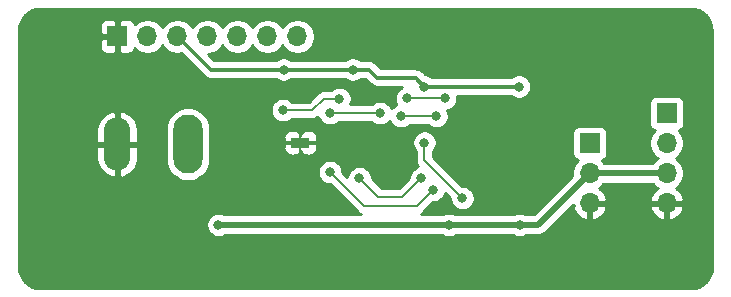
<source format=gbr>
%TF.GenerationSoftware,KiCad,Pcbnew,(5.1.6)-1*%
%TF.CreationDate,2020-10-18T09:30:19-05:00*%
%TF.ProjectId,TackleSensorPCB,5461636b-6c65-4536-956e-736f72504342,rev?*%
%TF.SameCoordinates,Original*%
%TF.FileFunction,Copper,L2,Bot*%
%TF.FilePolarity,Positive*%
%FSLAX46Y46*%
G04 Gerber Fmt 4.6, Leading zero omitted, Abs format (unit mm)*
G04 Created by KiCad (PCBNEW (5.1.6)-1) date 2020-10-18 09:30:19*
%MOMM*%
%LPD*%
G01*
G04 APERTURE LIST*
%TA.AperFunction,ComponentPad*%
%ADD10O,1.700000X1.700000*%
%TD*%
%TA.AperFunction,ComponentPad*%
%ADD11R,1.700000X1.700000*%
%TD*%
%TA.AperFunction,Conductor*%
%ADD12R,1.600000X0.900000*%
%TD*%
%TA.AperFunction,ViaPad*%
%ADD13C,0.600000*%
%TD*%
%TA.AperFunction,ComponentPad*%
%ADD14O,2.250000X4.500000*%
%TD*%
%TA.AperFunction,ComponentPad*%
%ADD15O,2.500000X5.000000*%
%TD*%
%TA.AperFunction,ViaPad*%
%ADD16C,0.800000*%
%TD*%
%TA.AperFunction,ViaPad*%
%ADD17C,3.500000*%
%TD*%
%TA.AperFunction,Conductor*%
%ADD18C,0.300000*%
%TD*%
%TA.AperFunction,Conductor*%
%ADD19C,0.200000*%
%TD*%
%TA.AperFunction,Conductor*%
%ADD20C,0.500000*%
%TD*%
%TA.AperFunction,Conductor*%
%ADD21C,0.254000*%
%TD*%
G04 APERTURE END LIST*
D10*
%TO.P,J4,7*%
%TO.N,SBWTCK*%
X103240000Y-62000000D03*
%TO.P,J4,6*%
%TO.N,SBWTDIO*%
X100700000Y-62000000D03*
%TO.P,J4,5*%
%TO.N,TXD*%
X98160000Y-62000000D03*
%TO.P,J4,4*%
%TO.N,RXD*%
X95620000Y-62000000D03*
%TO.P,J4,3*%
%TO.N,+3V3*%
X93080000Y-62000000D03*
%TO.P,J4,2*%
%TO.N,Net-(J4-Pad2)*%
X90540000Y-62000000D03*
D11*
%TO.P,J4,1*%
%TO.N,GND*%
X88000000Y-62000000D03*
%TD*%
D12*
%TO.N,GND*%
%TO.C,U1*%
X103500000Y-71000000D03*
D13*
X104000000Y-71000000D03*
X103000000Y-71000000D03*
%TD*%
D10*
%TO.P,J3,4*%
%TO.N,GND*%
X134500000Y-76120000D03*
%TO.P,J3,3*%
%TO.N,Vin*%
X134500000Y-73580000D03*
%TO.P,J3,2*%
%TO.N,S0_Vin*%
X134500000Y-71040000D03*
D11*
%TO.P,J3,1*%
%TO.N,notS0_Vin*%
X134500000Y-68500000D03*
%TD*%
D10*
%TO.P,J2,3*%
%TO.N,GND*%
X128000000Y-76120000D03*
%TO.P,J2,2*%
%TO.N,Vin*%
X128000000Y-73580000D03*
D11*
%TO.P,J2,1*%
%TO.N,S0_3V3*%
X128000000Y-71040000D03*
%TD*%
D14*
%TO.P,J1,2*%
%TO.N,GND*%
X87980000Y-71120000D03*
D15*
%TO.P,J1,1*%
%TO.N,Vin*%
X93980000Y-71120000D03*
%TD*%
D16*
%TO.N,GND*%
X110800000Y-74000000D03*
D17*
X136500000Y-81500000D03*
X136500000Y-61500000D03*
X81500000Y-61500000D03*
X81500000Y-81500000D03*
D16*
X121500000Y-69500000D03*
X112000000Y-72000000D03*
X106000000Y-71500000D03*
X124000000Y-67000000D03*
X111400000Y-64000000D03*
%TO.N,+3V3*%
X102062500Y-64812500D03*
X107937500Y-64812500D03*
X122000000Y-66250000D03*
X114000000Y-66250000D03*
%TO.N,Net-(C5-Pad1)*%
X110250000Y-68500000D03*
X106000000Y-68500000D03*
%TO.N,Vin*%
X96550000Y-77950000D03*
X122050000Y-77950000D03*
X116050000Y-77950000D03*
%TO.N,S0_INT*%
X114000000Y-71000000D03*
X117200001Y-75700001D03*
%TO.N,SCL*%
X106000000Y-73500000D03*
X114750000Y-75000000D03*
%TO.N,SDA*%
X108492000Y-73992000D03*
X113742000Y-73992000D03*
%TO.N,PG*%
X106795000Y-67295000D03*
X102000000Y-68250000D03*
%TO.N,INT2*%
X115750000Y-67250000D03*
X112500000Y-67250000D03*
%TO.N,INT1*%
X115000000Y-68750000D03*
X112000000Y-68750000D03*
%TD*%
D18*
%TO.N,GND*%
X103500000Y-71000000D02*
X101500000Y-71000000D01*
X101500000Y-71000000D02*
X105500000Y-71000000D01*
D19*
X103500000Y-71000000D02*
X103500000Y-70000000D01*
X103500000Y-70000000D02*
X103500000Y-72000000D01*
X111000000Y-73000000D02*
X112000000Y-72000000D01*
X106000000Y-71500000D02*
X105500000Y-71000000D01*
X134500000Y-76120000D02*
X128000000Y-76120000D01*
X121500000Y-71500000D02*
X122000000Y-72000000D01*
X121500000Y-69500000D02*
X121500000Y-71500000D01*
D18*
%TO.N,+3V3*%
X102062500Y-64812500D02*
X107937500Y-64812500D01*
X114000000Y-66250000D02*
X114000000Y-66250000D01*
X122000000Y-66250000D02*
X122000000Y-66250000D01*
X95892500Y-64812500D02*
X93080000Y-62000000D01*
X102062500Y-64812500D02*
X95892500Y-64812500D01*
X114000000Y-66250000D02*
X122000000Y-66250000D01*
X113250000Y-65500000D02*
X114000000Y-66250000D01*
X107937500Y-64812500D02*
X109312500Y-64812500D01*
X110000000Y-65500000D02*
X113250000Y-65500000D01*
X109312500Y-64812500D02*
X110000000Y-65500000D01*
D19*
%TO.N,Net-(C5-Pad1)*%
X110250000Y-68500000D02*
X106000000Y-68500000D01*
D20*
%TO.N,Vin*%
X128000000Y-73580000D02*
X134500000Y-73580000D01*
X123630000Y-77950000D02*
X128000000Y-73580000D01*
X96550000Y-77950000D02*
X116050000Y-77950000D01*
X116050000Y-77950000D02*
X122050000Y-77950000D01*
X122050000Y-77950000D02*
X122050000Y-77950000D01*
X122050000Y-77950000D02*
X123630000Y-77950000D01*
X116050000Y-77950000D02*
X116050000Y-77950000D01*
D19*
%TO.N,S0_INT*%
X117200001Y-75700001D02*
X117200001Y-75700001D01*
X114000000Y-72500000D02*
X114000000Y-71000000D01*
X117200001Y-75700001D02*
X114000000Y-72500000D01*
%TO.N,SCL*%
X114750000Y-75000000D02*
X113350000Y-76400000D01*
X108900000Y-76400000D02*
X106000000Y-73500000D01*
X113350000Y-76400000D02*
X108900000Y-76400000D01*
%TO.N,SDA*%
X113742000Y-73992000D02*
X113742000Y-73992000D01*
X108492000Y-73992000D02*
X110100000Y-75600000D01*
X112134000Y-75600000D02*
X113742000Y-73992000D01*
X110100000Y-75600000D02*
X112134000Y-75600000D01*
%TO.N,PG*%
X106795000Y-67295000D02*
X105455000Y-67295000D01*
X105455000Y-67295000D02*
X104500000Y-68250000D01*
X104500000Y-68250000D02*
X102000000Y-68250000D01*
%TO.N,INT2*%
X112500000Y-67250000D02*
X115750000Y-67250000D01*
%TO.N,INT1*%
X115000000Y-68750000D02*
X112000000Y-68750000D01*
%TD*%
D21*
%TO.N,GND*%
G36*
X136856775Y-59698147D02*
G01*
X137199967Y-59801763D01*
X137516489Y-59970062D01*
X137794299Y-60196637D01*
X138022806Y-60472856D01*
X138193310Y-60788197D01*
X138299319Y-61130656D01*
X138340001Y-61517722D01*
X138340000Y-81467721D01*
X138301853Y-81856776D01*
X138198238Y-82199964D01*
X138029939Y-82516489D01*
X137803365Y-82794296D01*
X137527146Y-83022805D01*
X137211803Y-83193310D01*
X136869344Y-83299319D01*
X136482288Y-83340000D01*
X81532279Y-83340000D01*
X81143224Y-83301853D01*
X80800036Y-83198238D01*
X80483511Y-83029939D01*
X80205704Y-82803365D01*
X79977195Y-82527146D01*
X79806690Y-82211803D01*
X79700681Y-81869344D01*
X79660000Y-81482288D01*
X79660000Y-77848061D01*
X95515000Y-77848061D01*
X95515000Y-78051939D01*
X95554774Y-78251898D01*
X95632795Y-78440256D01*
X95746063Y-78609774D01*
X95890226Y-78753937D01*
X96059744Y-78867205D01*
X96248102Y-78945226D01*
X96448061Y-78985000D01*
X96651939Y-78985000D01*
X96851898Y-78945226D01*
X97040256Y-78867205D01*
X97088454Y-78835000D01*
X115511546Y-78835000D01*
X115559744Y-78867205D01*
X115748102Y-78945226D01*
X115948061Y-78985000D01*
X116151939Y-78985000D01*
X116351898Y-78945226D01*
X116540256Y-78867205D01*
X116588454Y-78835000D01*
X121511546Y-78835000D01*
X121559744Y-78867205D01*
X121748102Y-78945226D01*
X121948061Y-78985000D01*
X122151939Y-78985000D01*
X122351898Y-78945226D01*
X122540256Y-78867205D01*
X122588454Y-78835000D01*
X123586531Y-78835000D01*
X123630000Y-78839281D01*
X123673469Y-78835000D01*
X123673477Y-78835000D01*
X123803490Y-78822195D01*
X123970313Y-78771589D01*
X124124059Y-78689411D01*
X124258817Y-78578817D01*
X124286534Y-78545044D01*
X126584577Y-76247002D01*
X126679844Y-76247002D01*
X126558524Y-76476890D01*
X126603175Y-76624099D01*
X126728359Y-76886920D01*
X126902412Y-77120269D01*
X127118645Y-77315178D01*
X127368748Y-77464157D01*
X127643109Y-77561481D01*
X127873000Y-77440814D01*
X127873000Y-76247000D01*
X128127000Y-76247000D01*
X128127000Y-77440814D01*
X128356891Y-77561481D01*
X128631252Y-77464157D01*
X128881355Y-77315178D01*
X129097588Y-77120269D01*
X129271641Y-76886920D01*
X129396825Y-76624099D01*
X129441476Y-76476890D01*
X133058524Y-76476890D01*
X133103175Y-76624099D01*
X133228359Y-76886920D01*
X133402412Y-77120269D01*
X133618645Y-77315178D01*
X133868748Y-77464157D01*
X134143109Y-77561481D01*
X134373000Y-77440814D01*
X134373000Y-76247000D01*
X134627000Y-76247000D01*
X134627000Y-77440814D01*
X134856891Y-77561481D01*
X135131252Y-77464157D01*
X135381355Y-77315178D01*
X135597588Y-77120269D01*
X135771641Y-76886920D01*
X135896825Y-76624099D01*
X135941476Y-76476890D01*
X135820155Y-76247000D01*
X134627000Y-76247000D01*
X134373000Y-76247000D01*
X133179845Y-76247000D01*
X133058524Y-76476890D01*
X129441476Y-76476890D01*
X129320155Y-76247000D01*
X128127000Y-76247000D01*
X127873000Y-76247000D01*
X127853000Y-76247000D01*
X127853000Y-75993000D01*
X127873000Y-75993000D01*
X127873000Y-75973000D01*
X128127000Y-75973000D01*
X128127000Y-75993000D01*
X129320155Y-75993000D01*
X129441476Y-75763110D01*
X129396825Y-75615901D01*
X129271641Y-75353080D01*
X129097588Y-75119731D01*
X128881355Y-74924822D01*
X128764466Y-74855195D01*
X128946632Y-74733475D01*
X129153475Y-74526632D01*
X129194656Y-74465000D01*
X133305344Y-74465000D01*
X133346525Y-74526632D01*
X133553368Y-74733475D01*
X133735534Y-74855195D01*
X133618645Y-74924822D01*
X133402412Y-75119731D01*
X133228359Y-75353080D01*
X133103175Y-75615901D01*
X133058524Y-75763110D01*
X133179845Y-75993000D01*
X134373000Y-75993000D01*
X134373000Y-75973000D01*
X134627000Y-75973000D01*
X134627000Y-75993000D01*
X135820155Y-75993000D01*
X135941476Y-75763110D01*
X135896825Y-75615901D01*
X135771641Y-75353080D01*
X135597588Y-75119731D01*
X135381355Y-74924822D01*
X135264466Y-74855195D01*
X135446632Y-74733475D01*
X135653475Y-74526632D01*
X135815990Y-74283411D01*
X135927932Y-74013158D01*
X135985000Y-73726260D01*
X135985000Y-73433740D01*
X135927932Y-73146842D01*
X135815990Y-72876589D01*
X135653475Y-72633368D01*
X135446632Y-72426525D01*
X135272240Y-72310000D01*
X135446632Y-72193475D01*
X135653475Y-71986632D01*
X135815990Y-71743411D01*
X135927932Y-71473158D01*
X135985000Y-71186260D01*
X135985000Y-70893740D01*
X135927932Y-70606842D01*
X135815990Y-70336589D01*
X135653475Y-70093368D01*
X135521620Y-69961513D01*
X135594180Y-69939502D01*
X135704494Y-69880537D01*
X135801185Y-69801185D01*
X135880537Y-69704494D01*
X135939502Y-69594180D01*
X135975812Y-69474482D01*
X135988072Y-69350000D01*
X135988072Y-67650000D01*
X135975812Y-67525518D01*
X135939502Y-67405820D01*
X135880537Y-67295506D01*
X135801185Y-67198815D01*
X135704494Y-67119463D01*
X135594180Y-67060498D01*
X135474482Y-67024188D01*
X135350000Y-67011928D01*
X133650000Y-67011928D01*
X133525518Y-67024188D01*
X133405820Y-67060498D01*
X133295506Y-67119463D01*
X133198815Y-67198815D01*
X133119463Y-67295506D01*
X133060498Y-67405820D01*
X133024188Y-67525518D01*
X133011928Y-67650000D01*
X133011928Y-69350000D01*
X133024188Y-69474482D01*
X133060498Y-69594180D01*
X133119463Y-69704494D01*
X133198815Y-69801185D01*
X133295506Y-69880537D01*
X133405820Y-69939502D01*
X133478380Y-69961513D01*
X133346525Y-70093368D01*
X133184010Y-70336589D01*
X133072068Y-70606842D01*
X133015000Y-70893740D01*
X133015000Y-71186260D01*
X133072068Y-71473158D01*
X133184010Y-71743411D01*
X133346525Y-71986632D01*
X133553368Y-72193475D01*
X133727760Y-72310000D01*
X133553368Y-72426525D01*
X133346525Y-72633368D01*
X133305344Y-72695000D01*
X129194656Y-72695000D01*
X129153475Y-72633368D01*
X129021620Y-72501513D01*
X129094180Y-72479502D01*
X129204494Y-72420537D01*
X129301185Y-72341185D01*
X129380537Y-72244494D01*
X129439502Y-72134180D01*
X129475812Y-72014482D01*
X129488072Y-71890000D01*
X129488072Y-70190000D01*
X129475812Y-70065518D01*
X129439502Y-69945820D01*
X129380537Y-69835506D01*
X129301185Y-69738815D01*
X129204494Y-69659463D01*
X129094180Y-69600498D01*
X128974482Y-69564188D01*
X128850000Y-69551928D01*
X127150000Y-69551928D01*
X127025518Y-69564188D01*
X126905820Y-69600498D01*
X126795506Y-69659463D01*
X126698815Y-69738815D01*
X126619463Y-69835506D01*
X126560498Y-69945820D01*
X126524188Y-70065518D01*
X126511928Y-70190000D01*
X126511928Y-71890000D01*
X126524188Y-72014482D01*
X126560498Y-72134180D01*
X126619463Y-72244494D01*
X126698815Y-72341185D01*
X126795506Y-72420537D01*
X126905820Y-72479502D01*
X126978380Y-72501513D01*
X126846525Y-72633368D01*
X126684010Y-72876589D01*
X126572068Y-73146842D01*
X126515000Y-73433740D01*
X126515000Y-73726260D01*
X126529461Y-73798960D01*
X123263422Y-77065000D01*
X122588454Y-77065000D01*
X122540256Y-77032795D01*
X122351898Y-76954774D01*
X122151939Y-76915000D01*
X121948061Y-76915000D01*
X121748102Y-76954774D01*
X121559744Y-77032795D01*
X121511546Y-77065000D01*
X116588454Y-77065000D01*
X116540256Y-77032795D01*
X116351898Y-76954774D01*
X116151939Y-76915000D01*
X115948061Y-76915000D01*
X115748102Y-76954774D01*
X115559744Y-77032795D01*
X115511546Y-77065000D01*
X113665068Y-77065000D01*
X113760320Y-77014087D01*
X113872238Y-76922238D01*
X113895258Y-76894188D01*
X114754447Y-76035000D01*
X114851939Y-76035000D01*
X115051898Y-75995226D01*
X115240256Y-75917205D01*
X115409774Y-75803937D01*
X115553937Y-75659774D01*
X115667205Y-75490256D01*
X115745226Y-75301898D01*
X115748084Y-75287531D01*
X116165001Y-75704448D01*
X116165001Y-75801940D01*
X116204775Y-76001899D01*
X116282796Y-76190257D01*
X116396064Y-76359775D01*
X116540227Y-76503938D01*
X116709745Y-76617206D01*
X116898103Y-76695227D01*
X117098062Y-76735001D01*
X117301940Y-76735001D01*
X117501899Y-76695227D01*
X117690257Y-76617206D01*
X117859775Y-76503938D01*
X118003938Y-76359775D01*
X118117206Y-76190257D01*
X118195227Y-76001899D01*
X118235001Y-75801940D01*
X118235001Y-75598062D01*
X118195227Y-75398103D01*
X118117206Y-75209745D01*
X118003938Y-75040227D01*
X117859775Y-74896064D01*
X117690257Y-74782796D01*
X117501899Y-74704775D01*
X117301940Y-74665001D01*
X117204448Y-74665001D01*
X114735000Y-72195554D01*
X114735000Y-71728711D01*
X114803937Y-71659774D01*
X114917205Y-71490256D01*
X114995226Y-71301898D01*
X115035000Y-71101939D01*
X115035000Y-70898061D01*
X114995226Y-70698102D01*
X114917205Y-70509744D01*
X114803937Y-70340226D01*
X114659774Y-70196063D01*
X114490256Y-70082795D01*
X114301898Y-70004774D01*
X114101939Y-69965000D01*
X113898061Y-69965000D01*
X113698102Y-70004774D01*
X113509744Y-70082795D01*
X113340226Y-70196063D01*
X113196063Y-70340226D01*
X113082795Y-70509744D01*
X113004774Y-70698102D01*
X112965000Y-70898061D01*
X112965000Y-71101939D01*
X113004774Y-71301898D01*
X113082795Y-71490256D01*
X113196063Y-71659774D01*
X113265001Y-71728712D01*
X113265000Y-72463895D01*
X113261444Y-72500000D01*
X113275635Y-72644084D01*
X113317663Y-72782632D01*
X113385913Y-72910319D01*
X113454513Y-72993908D01*
X113440102Y-72996774D01*
X113251744Y-73074795D01*
X113082226Y-73188063D01*
X112938063Y-73332226D01*
X112824795Y-73501744D01*
X112746774Y-73690102D01*
X112707000Y-73890061D01*
X112707000Y-73987553D01*
X111829554Y-74865000D01*
X110404447Y-74865000D01*
X109527000Y-73987554D01*
X109527000Y-73890061D01*
X109487226Y-73690102D01*
X109409205Y-73501744D01*
X109295937Y-73332226D01*
X109151774Y-73188063D01*
X108982256Y-73074795D01*
X108793898Y-72996774D01*
X108593939Y-72957000D01*
X108390061Y-72957000D01*
X108190102Y-72996774D01*
X108001744Y-73074795D01*
X107832226Y-73188063D01*
X107688063Y-73332226D01*
X107574795Y-73501744D01*
X107496774Y-73690102D01*
X107457000Y-73890061D01*
X107457000Y-73917554D01*
X107035000Y-73495554D01*
X107035000Y-73398061D01*
X106995226Y-73198102D01*
X106917205Y-73009744D01*
X106803937Y-72840226D01*
X106659774Y-72696063D01*
X106490256Y-72582795D01*
X106301898Y-72504774D01*
X106101939Y-72465000D01*
X105898061Y-72465000D01*
X105698102Y-72504774D01*
X105509744Y-72582795D01*
X105340226Y-72696063D01*
X105196063Y-72840226D01*
X105082795Y-73009744D01*
X105004774Y-73198102D01*
X104965000Y-73398061D01*
X104965000Y-73601939D01*
X105004774Y-73801898D01*
X105082795Y-73990256D01*
X105196063Y-74159774D01*
X105340226Y-74303937D01*
X105509744Y-74417205D01*
X105698102Y-74495226D01*
X105898061Y-74535000D01*
X105995554Y-74535000D01*
X108354746Y-76894193D01*
X108377762Y-76922238D01*
X108489680Y-77014087D01*
X108584932Y-77065000D01*
X97088454Y-77065000D01*
X97040256Y-77032795D01*
X96851898Y-76954774D01*
X96651939Y-76915000D01*
X96448061Y-76915000D01*
X96248102Y-76954774D01*
X96059744Y-77032795D01*
X95890226Y-77146063D01*
X95746063Y-77290226D01*
X95632795Y-77459744D01*
X95554774Y-77648102D01*
X95515000Y-77848061D01*
X79660000Y-77848061D01*
X79660000Y-71247000D01*
X86220000Y-71247000D01*
X86220000Y-72372000D01*
X86278594Y-72712919D01*
X86402573Y-73035856D01*
X86587171Y-73328401D01*
X86825295Y-73579311D01*
X87107793Y-73778944D01*
X87423810Y-73919629D01*
X87579957Y-73958933D01*
X87853000Y-73841206D01*
X87853000Y-71247000D01*
X88107000Y-71247000D01*
X88107000Y-73841206D01*
X88380043Y-73958933D01*
X88536190Y-73919629D01*
X88852207Y-73778944D01*
X89134705Y-73579311D01*
X89372829Y-73328401D01*
X89557427Y-73035856D01*
X89681406Y-72712919D01*
X89724429Y-72462596D01*
X92095000Y-72462596D01*
X92122275Y-72739523D01*
X92230061Y-73094847D01*
X92405097Y-73422317D01*
X92640655Y-73709345D01*
X92927683Y-73944903D01*
X93255152Y-74119939D01*
X93610476Y-74227725D01*
X93980000Y-74264120D01*
X94349523Y-74227725D01*
X94704847Y-74119939D01*
X95032317Y-73944903D01*
X95319345Y-73709345D01*
X95554903Y-73422317D01*
X95729939Y-73094848D01*
X95837725Y-72739524D01*
X95865000Y-72462597D01*
X95865000Y-70550000D01*
X102061928Y-70550000D01*
X102065000Y-70714250D01*
X102097243Y-70746493D01*
X102071836Y-70872998D01*
X102065000Y-70872998D01*
X102065000Y-70998534D01*
X102064829Y-71090355D01*
X102065000Y-71091223D01*
X102065000Y-71127002D01*
X102072048Y-71127002D01*
X102097013Y-71253737D01*
X102065000Y-71285750D01*
X102061928Y-71450000D01*
X102074188Y-71574482D01*
X102110498Y-71694180D01*
X102169463Y-71804494D01*
X102248815Y-71901185D01*
X102345506Y-71980537D01*
X102455820Y-72039502D01*
X102575518Y-72075812D01*
X102700000Y-72088072D01*
X103214250Y-72085000D01*
X103373000Y-71926250D01*
X103373000Y-71857571D01*
X103441351Y-71829408D01*
X103444425Y-71827763D01*
X103449751Y-71729857D01*
X103500000Y-71679608D01*
X103550249Y-71729857D01*
X103555575Y-71827763D01*
X103627000Y-71857504D01*
X103627000Y-71926250D01*
X103785750Y-72085000D01*
X104300000Y-72088072D01*
X104424482Y-72075812D01*
X104544180Y-72039502D01*
X104654494Y-71980537D01*
X104751185Y-71901185D01*
X104830537Y-71804494D01*
X104889502Y-71694180D01*
X104925812Y-71574482D01*
X104938072Y-71450000D01*
X104935000Y-71285750D01*
X104902757Y-71253507D01*
X104928164Y-71127002D01*
X104935000Y-71127002D01*
X104935000Y-71001466D01*
X104935171Y-70909645D01*
X104935000Y-70908777D01*
X104935000Y-70872998D01*
X104927952Y-70872998D01*
X104902987Y-70746263D01*
X104935000Y-70714250D01*
X104938072Y-70550000D01*
X104925812Y-70425518D01*
X104889502Y-70305820D01*
X104830537Y-70195506D01*
X104751185Y-70098815D01*
X104654494Y-70019463D01*
X104544180Y-69960498D01*
X104424482Y-69924188D01*
X104300000Y-69911928D01*
X103785750Y-69915000D01*
X103627000Y-70073750D01*
X103627000Y-70142429D01*
X103558649Y-70170592D01*
X103555575Y-70172237D01*
X103550249Y-70270143D01*
X103500000Y-70320392D01*
X103449751Y-70270143D01*
X103444425Y-70172237D01*
X103373000Y-70142496D01*
X103373000Y-70073750D01*
X103214250Y-69915000D01*
X102700000Y-69911928D01*
X102575518Y-69924188D01*
X102455820Y-69960498D01*
X102345506Y-70019463D01*
X102248815Y-70098815D01*
X102169463Y-70195506D01*
X102110498Y-70305820D01*
X102074188Y-70425518D01*
X102061928Y-70550000D01*
X95865000Y-70550000D01*
X95865000Y-69777403D01*
X95837725Y-69500476D01*
X95729939Y-69145152D01*
X95554903Y-68817683D01*
X95319345Y-68530655D01*
X95032317Y-68295097D01*
X94704848Y-68120061D01*
X94349524Y-68012275D01*
X93980000Y-67975880D01*
X93610477Y-68012275D01*
X93255153Y-68120061D01*
X92927684Y-68295097D01*
X92640656Y-68530655D01*
X92405098Y-68817683D01*
X92230062Y-69145152D01*
X92122276Y-69500476D01*
X92095001Y-69777403D01*
X92095000Y-72462596D01*
X89724429Y-72462596D01*
X89740000Y-72372000D01*
X89740000Y-71247000D01*
X88107000Y-71247000D01*
X87853000Y-71247000D01*
X86220000Y-71247000D01*
X79660000Y-71247000D01*
X79660000Y-69868000D01*
X86220000Y-69868000D01*
X86220000Y-70993000D01*
X87853000Y-70993000D01*
X87853000Y-68398794D01*
X88107000Y-68398794D01*
X88107000Y-70993000D01*
X89740000Y-70993000D01*
X89740000Y-69868000D01*
X89681406Y-69527081D01*
X89557427Y-69204144D01*
X89372829Y-68911599D01*
X89134705Y-68660689D01*
X88852207Y-68461056D01*
X88536190Y-68320371D01*
X88380043Y-68281067D01*
X88107000Y-68398794D01*
X87853000Y-68398794D01*
X87579957Y-68281067D01*
X87423810Y-68320371D01*
X87107793Y-68461056D01*
X86825295Y-68660689D01*
X86587171Y-68911599D01*
X86402573Y-69204144D01*
X86278594Y-69527081D01*
X86220000Y-69868000D01*
X79660000Y-69868000D01*
X79660000Y-62850000D01*
X86511928Y-62850000D01*
X86524188Y-62974482D01*
X86560498Y-63094180D01*
X86619463Y-63204494D01*
X86698815Y-63301185D01*
X86795506Y-63380537D01*
X86905820Y-63439502D01*
X87025518Y-63475812D01*
X87150000Y-63488072D01*
X87714250Y-63485000D01*
X87873000Y-63326250D01*
X87873000Y-62127000D01*
X86673750Y-62127000D01*
X86515000Y-62285750D01*
X86511928Y-62850000D01*
X79660000Y-62850000D01*
X79660000Y-61532279D01*
X79697482Y-61150000D01*
X86511928Y-61150000D01*
X86515000Y-61714250D01*
X86673750Y-61873000D01*
X87873000Y-61873000D01*
X87873000Y-60673750D01*
X88127000Y-60673750D01*
X88127000Y-61873000D01*
X88147000Y-61873000D01*
X88147000Y-62127000D01*
X88127000Y-62127000D01*
X88127000Y-63326250D01*
X88285750Y-63485000D01*
X88850000Y-63488072D01*
X88974482Y-63475812D01*
X89094180Y-63439502D01*
X89204494Y-63380537D01*
X89301185Y-63301185D01*
X89380537Y-63204494D01*
X89439502Y-63094180D01*
X89461513Y-63021620D01*
X89593368Y-63153475D01*
X89836589Y-63315990D01*
X90106842Y-63427932D01*
X90393740Y-63485000D01*
X90686260Y-63485000D01*
X90973158Y-63427932D01*
X91243411Y-63315990D01*
X91486632Y-63153475D01*
X91693475Y-62946632D01*
X91810000Y-62772240D01*
X91926525Y-62946632D01*
X92133368Y-63153475D01*
X92376589Y-63315990D01*
X92646842Y-63427932D01*
X92933740Y-63485000D01*
X93226260Y-63485000D01*
X93416918Y-63447075D01*
X95310153Y-65340310D01*
X95334736Y-65370264D01*
X95454267Y-65468362D01*
X95590640Y-65541254D01*
X95738613Y-65586142D01*
X95813526Y-65593520D01*
X95853939Y-65597500D01*
X95853944Y-65597500D01*
X95892500Y-65601297D01*
X95931056Y-65597500D01*
X101383789Y-65597500D01*
X101402726Y-65616437D01*
X101572244Y-65729705D01*
X101760602Y-65807726D01*
X101960561Y-65847500D01*
X102164439Y-65847500D01*
X102364398Y-65807726D01*
X102552756Y-65729705D01*
X102722274Y-65616437D01*
X102741211Y-65597500D01*
X107258789Y-65597500D01*
X107277726Y-65616437D01*
X107447244Y-65729705D01*
X107635602Y-65807726D01*
X107835561Y-65847500D01*
X108039439Y-65847500D01*
X108239398Y-65807726D01*
X108427756Y-65729705D01*
X108597274Y-65616437D01*
X108616211Y-65597500D01*
X108987343Y-65597500D01*
X109417653Y-66027810D01*
X109442236Y-66057764D01*
X109561767Y-66155862D01*
X109672408Y-66215000D01*
X109698140Y-66228754D01*
X109846113Y-66273642D01*
X109921026Y-66281020D01*
X109961439Y-66285000D01*
X109961444Y-66285000D01*
X110000000Y-66288797D01*
X110038556Y-66285000D01*
X112125131Y-66285000D01*
X112009744Y-66332795D01*
X111840226Y-66446063D01*
X111696063Y-66590226D01*
X111582795Y-66759744D01*
X111504774Y-66948102D01*
X111465000Y-67148061D01*
X111465000Y-67351939D01*
X111504774Y-67551898D01*
X111582795Y-67740256D01*
X111615388Y-67789035D01*
X111509744Y-67832795D01*
X111340226Y-67946063D01*
X111199230Y-68087059D01*
X111167205Y-68009744D01*
X111053937Y-67840226D01*
X110909774Y-67696063D01*
X110740256Y-67582795D01*
X110551898Y-67504774D01*
X110351939Y-67465000D01*
X110148061Y-67465000D01*
X109948102Y-67504774D01*
X109759744Y-67582795D01*
X109590226Y-67696063D01*
X109521289Y-67765000D01*
X107720595Y-67765000D01*
X107790226Y-67596898D01*
X107830000Y-67396939D01*
X107830000Y-67193061D01*
X107790226Y-66993102D01*
X107712205Y-66804744D01*
X107598937Y-66635226D01*
X107454774Y-66491063D01*
X107285256Y-66377795D01*
X107096898Y-66299774D01*
X106896939Y-66260000D01*
X106693061Y-66260000D01*
X106493102Y-66299774D01*
X106304744Y-66377795D01*
X106135226Y-66491063D01*
X106066289Y-66560000D01*
X105491105Y-66560000D01*
X105455000Y-66556444D01*
X105418895Y-66560000D01*
X105310915Y-66570635D01*
X105172367Y-66612663D01*
X105044680Y-66680913D01*
X104932762Y-66772762D01*
X104909746Y-66800807D01*
X104195554Y-67515000D01*
X102728711Y-67515000D01*
X102659774Y-67446063D01*
X102490256Y-67332795D01*
X102301898Y-67254774D01*
X102101939Y-67215000D01*
X101898061Y-67215000D01*
X101698102Y-67254774D01*
X101509744Y-67332795D01*
X101340226Y-67446063D01*
X101196063Y-67590226D01*
X101082795Y-67759744D01*
X101004774Y-67948102D01*
X100965000Y-68148061D01*
X100965000Y-68351939D01*
X101004774Y-68551898D01*
X101082795Y-68740256D01*
X101196063Y-68909774D01*
X101340226Y-69053937D01*
X101509744Y-69167205D01*
X101698102Y-69245226D01*
X101898061Y-69285000D01*
X102101939Y-69285000D01*
X102301898Y-69245226D01*
X102490256Y-69167205D01*
X102659774Y-69053937D01*
X102728711Y-68985000D01*
X104463895Y-68985000D01*
X104500000Y-68988556D01*
X104536105Y-68985000D01*
X104644085Y-68974365D01*
X104782633Y-68932337D01*
X104910320Y-68864087D01*
X105002153Y-68788721D01*
X105004774Y-68801898D01*
X105082795Y-68990256D01*
X105196063Y-69159774D01*
X105340226Y-69303937D01*
X105509744Y-69417205D01*
X105698102Y-69495226D01*
X105898061Y-69535000D01*
X106101939Y-69535000D01*
X106301898Y-69495226D01*
X106490256Y-69417205D01*
X106659774Y-69303937D01*
X106728711Y-69235000D01*
X109521289Y-69235000D01*
X109590226Y-69303937D01*
X109759744Y-69417205D01*
X109948102Y-69495226D01*
X110148061Y-69535000D01*
X110351939Y-69535000D01*
X110551898Y-69495226D01*
X110740256Y-69417205D01*
X110909774Y-69303937D01*
X111050770Y-69162941D01*
X111082795Y-69240256D01*
X111196063Y-69409774D01*
X111340226Y-69553937D01*
X111509744Y-69667205D01*
X111698102Y-69745226D01*
X111898061Y-69785000D01*
X112101939Y-69785000D01*
X112301898Y-69745226D01*
X112490256Y-69667205D01*
X112659774Y-69553937D01*
X112728711Y-69485000D01*
X114271289Y-69485000D01*
X114340226Y-69553937D01*
X114509744Y-69667205D01*
X114698102Y-69745226D01*
X114898061Y-69785000D01*
X115101939Y-69785000D01*
X115301898Y-69745226D01*
X115490256Y-69667205D01*
X115659774Y-69553937D01*
X115803937Y-69409774D01*
X115917205Y-69240256D01*
X115995226Y-69051898D01*
X116035000Y-68851939D01*
X116035000Y-68648061D01*
X115995226Y-68448102D01*
X115921902Y-68271084D01*
X116051898Y-68245226D01*
X116240256Y-68167205D01*
X116409774Y-68053937D01*
X116553937Y-67909774D01*
X116667205Y-67740256D01*
X116745226Y-67551898D01*
X116785000Y-67351939D01*
X116785000Y-67148061D01*
X116762511Y-67035000D01*
X121321289Y-67035000D01*
X121340226Y-67053937D01*
X121509744Y-67167205D01*
X121698102Y-67245226D01*
X121898061Y-67285000D01*
X122101939Y-67285000D01*
X122301898Y-67245226D01*
X122490256Y-67167205D01*
X122659774Y-67053937D01*
X122803937Y-66909774D01*
X122917205Y-66740256D01*
X122995226Y-66551898D01*
X123035000Y-66351939D01*
X123035000Y-66148061D01*
X122995226Y-65948102D01*
X122917205Y-65759744D01*
X122803937Y-65590226D01*
X122659774Y-65446063D01*
X122490256Y-65332795D01*
X122301898Y-65254774D01*
X122101939Y-65215000D01*
X121898061Y-65215000D01*
X121698102Y-65254774D01*
X121509744Y-65332795D01*
X121340226Y-65446063D01*
X121321289Y-65465000D01*
X114678711Y-65465000D01*
X114659774Y-65446063D01*
X114490256Y-65332795D01*
X114301898Y-65254774D01*
X114101939Y-65215000D01*
X114075157Y-65215000D01*
X113832345Y-64972188D01*
X113807764Y-64942236D01*
X113688233Y-64844138D01*
X113551860Y-64771246D01*
X113403887Y-64726359D01*
X113288561Y-64715000D01*
X113288553Y-64715000D01*
X113250000Y-64711203D01*
X113211447Y-64715000D01*
X110325157Y-64715000D01*
X109894845Y-64284688D01*
X109870264Y-64254736D01*
X109750733Y-64156638D01*
X109614360Y-64083746D01*
X109466387Y-64038859D01*
X109351061Y-64027500D01*
X109351053Y-64027500D01*
X109312500Y-64023703D01*
X109273947Y-64027500D01*
X108616211Y-64027500D01*
X108597274Y-64008563D01*
X108427756Y-63895295D01*
X108239398Y-63817274D01*
X108039439Y-63777500D01*
X107835561Y-63777500D01*
X107635602Y-63817274D01*
X107447244Y-63895295D01*
X107277726Y-64008563D01*
X107258789Y-64027500D01*
X102741211Y-64027500D01*
X102722274Y-64008563D01*
X102552756Y-63895295D01*
X102364398Y-63817274D01*
X102164439Y-63777500D01*
X101960561Y-63777500D01*
X101760602Y-63817274D01*
X101572244Y-63895295D01*
X101402726Y-64008563D01*
X101383789Y-64027500D01*
X96217657Y-64027500D01*
X95675157Y-63485000D01*
X95766260Y-63485000D01*
X96053158Y-63427932D01*
X96323411Y-63315990D01*
X96566632Y-63153475D01*
X96773475Y-62946632D01*
X96890000Y-62772240D01*
X97006525Y-62946632D01*
X97213368Y-63153475D01*
X97456589Y-63315990D01*
X97726842Y-63427932D01*
X98013740Y-63485000D01*
X98306260Y-63485000D01*
X98593158Y-63427932D01*
X98863411Y-63315990D01*
X99106632Y-63153475D01*
X99313475Y-62946632D01*
X99430000Y-62772240D01*
X99546525Y-62946632D01*
X99753368Y-63153475D01*
X99996589Y-63315990D01*
X100266842Y-63427932D01*
X100553740Y-63485000D01*
X100846260Y-63485000D01*
X101133158Y-63427932D01*
X101403411Y-63315990D01*
X101646632Y-63153475D01*
X101853475Y-62946632D01*
X101970000Y-62772240D01*
X102086525Y-62946632D01*
X102293368Y-63153475D01*
X102536589Y-63315990D01*
X102806842Y-63427932D01*
X103093740Y-63485000D01*
X103386260Y-63485000D01*
X103673158Y-63427932D01*
X103943411Y-63315990D01*
X104186632Y-63153475D01*
X104393475Y-62946632D01*
X104555990Y-62703411D01*
X104667932Y-62433158D01*
X104725000Y-62146260D01*
X104725000Y-61853740D01*
X104667932Y-61566842D01*
X104555990Y-61296589D01*
X104393475Y-61053368D01*
X104186632Y-60846525D01*
X103943411Y-60684010D01*
X103673158Y-60572068D01*
X103386260Y-60515000D01*
X103093740Y-60515000D01*
X102806842Y-60572068D01*
X102536589Y-60684010D01*
X102293368Y-60846525D01*
X102086525Y-61053368D01*
X101970000Y-61227760D01*
X101853475Y-61053368D01*
X101646632Y-60846525D01*
X101403411Y-60684010D01*
X101133158Y-60572068D01*
X100846260Y-60515000D01*
X100553740Y-60515000D01*
X100266842Y-60572068D01*
X99996589Y-60684010D01*
X99753368Y-60846525D01*
X99546525Y-61053368D01*
X99430000Y-61227760D01*
X99313475Y-61053368D01*
X99106632Y-60846525D01*
X98863411Y-60684010D01*
X98593158Y-60572068D01*
X98306260Y-60515000D01*
X98013740Y-60515000D01*
X97726842Y-60572068D01*
X97456589Y-60684010D01*
X97213368Y-60846525D01*
X97006525Y-61053368D01*
X96890000Y-61227760D01*
X96773475Y-61053368D01*
X96566632Y-60846525D01*
X96323411Y-60684010D01*
X96053158Y-60572068D01*
X95766260Y-60515000D01*
X95473740Y-60515000D01*
X95186842Y-60572068D01*
X94916589Y-60684010D01*
X94673368Y-60846525D01*
X94466525Y-61053368D01*
X94350000Y-61227760D01*
X94233475Y-61053368D01*
X94026632Y-60846525D01*
X93783411Y-60684010D01*
X93513158Y-60572068D01*
X93226260Y-60515000D01*
X92933740Y-60515000D01*
X92646842Y-60572068D01*
X92376589Y-60684010D01*
X92133368Y-60846525D01*
X91926525Y-61053368D01*
X91810000Y-61227760D01*
X91693475Y-61053368D01*
X91486632Y-60846525D01*
X91243411Y-60684010D01*
X90973158Y-60572068D01*
X90686260Y-60515000D01*
X90393740Y-60515000D01*
X90106842Y-60572068D01*
X89836589Y-60684010D01*
X89593368Y-60846525D01*
X89461513Y-60978380D01*
X89439502Y-60905820D01*
X89380537Y-60795506D01*
X89301185Y-60698815D01*
X89204494Y-60619463D01*
X89094180Y-60560498D01*
X88974482Y-60524188D01*
X88850000Y-60511928D01*
X88285750Y-60515000D01*
X88127000Y-60673750D01*
X87873000Y-60673750D01*
X87714250Y-60515000D01*
X87150000Y-60511928D01*
X87025518Y-60524188D01*
X86905820Y-60560498D01*
X86795506Y-60619463D01*
X86698815Y-60698815D01*
X86619463Y-60795506D01*
X86560498Y-60905820D01*
X86524188Y-61025518D01*
X86511928Y-61150000D01*
X79697482Y-61150000D01*
X79698147Y-61143225D01*
X79801763Y-60800033D01*
X79970062Y-60483511D01*
X80196637Y-60205701D01*
X80472856Y-59977194D01*
X80788197Y-59806690D01*
X81130656Y-59700681D01*
X81517712Y-59660000D01*
X136467721Y-59660000D01*
X136856775Y-59698147D01*
G37*
X136856775Y-59698147D02*
X137199967Y-59801763D01*
X137516489Y-59970062D01*
X137794299Y-60196637D01*
X138022806Y-60472856D01*
X138193310Y-60788197D01*
X138299319Y-61130656D01*
X138340001Y-61517722D01*
X138340000Y-81467721D01*
X138301853Y-81856776D01*
X138198238Y-82199964D01*
X138029939Y-82516489D01*
X137803365Y-82794296D01*
X137527146Y-83022805D01*
X137211803Y-83193310D01*
X136869344Y-83299319D01*
X136482288Y-83340000D01*
X81532279Y-83340000D01*
X81143224Y-83301853D01*
X80800036Y-83198238D01*
X80483511Y-83029939D01*
X80205704Y-82803365D01*
X79977195Y-82527146D01*
X79806690Y-82211803D01*
X79700681Y-81869344D01*
X79660000Y-81482288D01*
X79660000Y-77848061D01*
X95515000Y-77848061D01*
X95515000Y-78051939D01*
X95554774Y-78251898D01*
X95632795Y-78440256D01*
X95746063Y-78609774D01*
X95890226Y-78753937D01*
X96059744Y-78867205D01*
X96248102Y-78945226D01*
X96448061Y-78985000D01*
X96651939Y-78985000D01*
X96851898Y-78945226D01*
X97040256Y-78867205D01*
X97088454Y-78835000D01*
X115511546Y-78835000D01*
X115559744Y-78867205D01*
X115748102Y-78945226D01*
X115948061Y-78985000D01*
X116151939Y-78985000D01*
X116351898Y-78945226D01*
X116540256Y-78867205D01*
X116588454Y-78835000D01*
X121511546Y-78835000D01*
X121559744Y-78867205D01*
X121748102Y-78945226D01*
X121948061Y-78985000D01*
X122151939Y-78985000D01*
X122351898Y-78945226D01*
X122540256Y-78867205D01*
X122588454Y-78835000D01*
X123586531Y-78835000D01*
X123630000Y-78839281D01*
X123673469Y-78835000D01*
X123673477Y-78835000D01*
X123803490Y-78822195D01*
X123970313Y-78771589D01*
X124124059Y-78689411D01*
X124258817Y-78578817D01*
X124286534Y-78545044D01*
X126584577Y-76247002D01*
X126679844Y-76247002D01*
X126558524Y-76476890D01*
X126603175Y-76624099D01*
X126728359Y-76886920D01*
X126902412Y-77120269D01*
X127118645Y-77315178D01*
X127368748Y-77464157D01*
X127643109Y-77561481D01*
X127873000Y-77440814D01*
X127873000Y-76247000D01*
X128127000Y-76247000D01*
X128127000Y-77440814D01*
X128356891Y-77561481D01*
X128631252Y-77464157D01*
X128881355Y-77315178D01*
X129097588Y-77120269D01*
X129271641Y-76886920D01*
X129396825Y-76624099D01*
X129441476Y-76476890D01*
X133058524Y-76476890D01*
X133103175Y-76624099D01*
X133228359Y-76886920D01*
X133402412Y-77120269D01*
X133618645Y-77315178D01*
X133868748Y-77464157D01*
X134143109Y-77561481D01*
X134373000Y-77440814D01*
X134373000Y-76247000D01*
X134627000Y-76247000D01*
X134627000Y-77440814D01*
X134856891Y-77561481D01*
X135131252Y-77464157D01*
X135381355Y-77315178D01*
X135597588Y-77120269D01*
X135771641Y-76886920D01*
X135896825Y-76624099D01*
X135941476Y-76476890D01*
X135820155Y-76247000D01*
X134627000Y-76247000D01*
X134373000Y-76247000D01*
X133179845Y-76247000D01*
X133058524Y-76476890D01*
X129441476Y-76476890D01*
X129320155Y-76247000D01*
X128127000Y-76247000D01*
X127873000Y-76247000D01*
X127853000Y-76247000D01*
X127853000Y-75993000D01*
X127873000Y-75993000D01*
X127873000Y-75973000D01*
X128127000Y-75973000D01*
X128127000Y-75993000D01*
X129320155Y-75993000D01*
X129441476Y-75763110D01*
X129396825Y-75615901D01*
X129271641Y-75353080D01*
X129097588Y-75119731D01*
X128881355Y-74924822D01*
X128764466Y-74855195D01*
X128946632Y-74733475D01*
X129153475Y-74526632D01*
X129194656Y-74465000D01*
X133305344Y-74465000D01*
X133346525Y-74526632D01*
X133553368Y-74733475D01*
X133735534Y-74855195D01*
X133618645Y-74924822D01*
X133402412Y-75119731D01*
X133228359Y-75353080D01*
X133103175Y-75615901D01*
X133058524Y-75763110D01*
X133179845Y-75993000D01*
X134373000Y-75993000D01*
X134373000Y-75973000D01*
X134627000Y-75973000D01*
X134627000Y-75993000D01*
X135820155Y-75993000D01*
X135941476Y-75763110D01*
X135896825Y-75615901D01*
X135771641Y-75353080D01*
X135597588Y-75119731D01*
X135381355Y-74924822D01*
X135264466Y-74855195D01*
X135446632Y-74733475D01*
X135653475Y-74526632D01*
X135815990Y-74283411D01*
X135927932Y-74013158D01*
X135985000Y-73726260D01*
X135985000Y-73433740D01*
X135927932Y-73146842D01*
X135815990Y-72876589D01*
X135653475Y-72633368D01*
X135446632Y-72426525D01*
X135272240Y-72310000D01*
X135446632Y-72193475D01*
X135653475Y-71986632D01*
X135815990Y-71743411D01*
X135927932Y-71473158D01*
X135985000Y-71186260D01*
X135985000Y-70893740D01*
X135927932Y-70606842D01*
X135815990Y-70336589D01*
X135653475Y-70093368D01*
X135521620Y-69961513D01*
X135594180Y-69939502D01*
X135704494Y-69880537D01*
X135801185Y-69801185D01*
X135880537Y-69704494D01*
X135939502Y-69594180D01*
X135975812Y-69474482D01*
X135988072Y-69350000D01*
X135988072Y-67650000D01*
X135975812Y-67525518D01*
X135939502Y-67405820D01*
X135880537Y-67295506D01*
X135801185Y-67198815D01*
X135704494Y-67119463D01*
X135594180Y-67060498D01*
X135474482Y-67024188D01*
X135350000Y-67011928D01*
X133650000Y-67011928D01*
X133525518Y-67024188D01*
X133405820Y-67060498D01*
X133295506Y-67119463D01*
X133198815Y-67198815D01*
X133119463Y-67295506D01*
X133060498Y-67405820D01*
X133024188Y-67525518D01*
X133011928Y-67650000D01*
X133011928Y-69350000D01*
X133024188Y-69474482D01*
X133060498Y-69594180D01*
X133119463Y-69704494D01*
X133198815Y-69801185D01*
X133295506Y-69880537D01*
X133405820Y-69939502D01*
X133478380Y-69961513D01*
X133346525Y-70093368D01*
X133184010Y-70336589D01*
X133072068Y-70606842D01*
X133015000Y-70893740D01*
X133015000Y-71186260D01*
X133072068Y-71473158D01*
X133184010Y-71743411D01*
X133346525Y-71986632D01*
X133553368Y-72193475D01*
X133727760Y-72310000D01*
X133553368Y-72426525D01*
X133346525Y-72633368D01*
X133305344Y-72695000D01*
X129194656Y-72695000D01*
X129153475Y-72633368D01*
X129021620Y-72501513D01*
X129094180Y-72479502D01*
X129204494Y-72420537D01*
X129301185Y-72341185D01*
X129380537Y-72244494D01*
X129439502Y-72134180D01*
X129475812Y-72014482D01*
X129488072Y-71890000D01*
X129488072Y-70190000D01*
X129475812Y-70065518D01*
X129439502Y-69945820D01*
X129380537Y-69835506D01*
X129301185Y-69738815D01*
X129204494Y-69659463D01*
X129094180Y-69600498D01*
X128974482Y-69564188D01*
X128850000Y-69551928D01*
X127150000Y-69551928D01*
X127025518Y-69564188D01*
X126905820Y-69600498D01*
X126795506Y-69659463D01*
X126698815Y-69738815D01*
X126619463Y-69835506D01*
X126560498Y-69945820D01*
X126524188Y-70065518D01*
X126511928Y-70190000D01*
X126511928Y-71890000D01*
X126524188Y-72014482D01*
X126560498Y-72134180D01*
X126619463Y-72244494D01*
X126698815Y-72341185D01*
X126795506Y-72420537D01*
X126905820Y-72479502D01*
X126978380Y-72501513D01*
X126846525Y-72633368D01*
X126684010Y-72876589D01*
X126572068Y-73146842D01*
X126515000Y-73433740D01*
X126515000Y-73726260D01*
X126529461Y-73798960D01*
X123263422Y-77065000D01*
X122588454Y-77065000D01*
X122540256Y-77032795D01*
X122351898Y-76954774D01*
X122151939Y-76915000D01*
X121948061Y-76915000D01*
X121748102Y-76954774D01*
X121559744Y-77032795D01*
X121511546Y-77065000D01*
X116588454Y-77065000D01*
X116540256Y-77032795D01*
X116351898Y-76954774D01*
X116151939Y-76915000D01*
X115948061Y-76915000D01*
X115748102Y-76954774D01*
X115559744Y-77032795D01*
X115511546Y-77065000D01*
X113665068Y-77065000D01*
X113760320Y-77014087D01*
X113872238Y-76922238D01*
X113895258Y-76894188D01*
X114754447Y-76035000D01*
X114851939Y-76035000D01*
X115051898Y-75995226D01*
X115240256Y-75917205D01*
X115409774Y-75803937D01*
X115553937Y-75659774D01*
X115667205Y-75490256D01*
X115745226Y-75301898D01*
X115748084Y-75287531D01*
X116165001Y-75704448D01*
X116165001Y-75801940D01*
X116204775Y-76001899D01*
X116282796Y-76190257D01*
X116396064Y-76359775D01*
X116540227Y-76503938D01*
X116709745Y-76617206D01*
X116898103Y-76695227D01*
X117098062Y-76735001D01*
X117301940Y-76735001D01*
X117501899Y-76695227D01*
X117690257Y-76617206D01*
X117859775Y-76503938D01*
X118003938Y-76359775D01*
X118117206Y-76190257D01*
X118195227Y-76001899D01*
X118235001Y-75801940D01*
X118235001Y-75598062D01*
X118195227Y-75398103D01*
X118117206Y-75209745D01*
X118003938Y-75040227D01*
X117859775Y-74896064D01*
X117690257Y-74782796D01*
X117501899Y-74704775D01*
X117301940Y-74665001D01*
X117204448Y-74665001D01*
X114735000Y-72195554D01*
X114735000Y-71728711D01*
X114803937Y-71659774D01*
X114917205Y-71490256D01*
X114995226Y-71301898D01*
X115035000Y-71101939D01*
X115035000Y-70898061D01*
X114995226Y-70698102D01*
X114917205Y-70509744D01*
X114803937Y-70340226D01*
X114659774Y-70196063D01*
X114490256Y-70082795D01*
X114301898Y-70004774D01*
X114101939Y-69965000D01*
X113898061Y-69965000D01*
X113698102Y-70004774D01*
X113509744Y-70082795D01*
X113340226Y-70196063D01*
X113196063Y-70340226D01*
X113082795Y-70509744D01*
X113004774Y-70698102D01*
X112965000Y-70898061D01*
X112965000Y-71101939D01*
X113004774Y-71301898D01*
X113082795Y-71490256D01*
X113196063Y-71659774D01*
X113265001Y-71728712D01*
X113265000Y-72463895D01*
X113261444Y-72500000D01*
X113275635Y-72644084D01*
X113317663Y-72782632D01*
X113385913Y-72910319D01*
X113454513Y-72993908D01*
X113440102Y-72996774D01*
X113251744Y-73074795D01*
X113082226Y-73188063D01*
X112938063Y-73332226D01*
X112824795Y-73501744D01*
X112746774Y-73690102D01*
X112707000Y-73890061D01*
X112707000Y-73987553D01*
X111829554Y-74865000D01*
X110404447Y-74865000D01*
X109527000Y-73987554D01*
X109527000Y-73890061D01*
X109487226Y-73690102D01*
X109409205Y-73501744D01*
X109295937Y-73332226D01*
X109151774Y-73188063D01*
X108982256Y-73074795D01*
X108793898Y-72996774D01*
X108593939Y-72957000D01*
X108390061Y-72957000D01*
X108190102Y-72996774D01*
X108001744Y-73074795D01*
X107832226Y-73188063D01*
X107688063Y-73332226D01*
X107574795Y-73501744D01*
X107496774Y-73690102D01*
X107457000Y-73890061D01*
X107457000Y-73917554D01*
X107035000Y-73495554D01*
X107035000Y-73398061D01*
X106995226Y-73198102D01*
X106917205Y-73009744D01*
X106803937Y-72840226D01*
X106659774Y-72696063D01*
X106490256Y-72582795D01*
X106301898Y-72504774D01*
X106101939Y-72465000D01*
X105898061Y-72465000D01*
X105698102Y-72504774D01*
X105509744Y-72582795D01*
X105340226Y-72696063D01*
X105196063Y-72840226D01*
X105082795Y-73009744D01*
X105004774Y-73198102D01*
X104965000Y-73398061D01*
X104965000Y-73601939D01*
X105004774Y-73801898D01*
X105082795Y-73990256D01*
X105196063Y-74159774D01*
X105340226Y-74303937D01*
X105509744Y-74417205D01*
X105698102Y-74495226D01*
X105898061Y-74535000D01*
X105995554Y-74535000D01*
X108354746Y-76894193D01*
X108377762Y-76922238D01*
X108489680Y-77014087D01*
X108584932Y-77065000D01*
X97088454Y-77065000D01*
X97040256Y-77032795D01*
X96851898Y-76954774D01*
X96651939Y-76915000D01*
X96448061Y-76915000D01*
X96248102Y-76954774D01*
X96059744Y-77032795D01*
X95890226Y-77146063D01*
X95746063Y-77290226D01*
X95632795Y-77459744D01*
X95554774Y-77648102D01*
X95515000Y-77848061D01*
X79660000Y-77848061D01*
X79660000Y-71247000D01*
X86220000Y-71247000D01*
X86220000Y-72372000D01*
X86278594Y-72712919D01*
X86402573Y-73035856D01*
X86587171Y-73328401D01*
X86825295Y-73579311D01*
X87107793Y-73778944D01*
X87423810Y-73919629D01*
X87579957Y-73958933D01*
X87853000Y-73841206D01*
X87853000Y-71247000D01*
X88107000Y-71247000D01*
X88107000Y-73841206D01*
X88380043Y-73958933D01*
X88536190Y-73919629D01*
X88852207Y-73778944D01*
X89134705Y-73579311D01*
X89372829Y-73328401D01*
X89557427Y-73035856D01*
X89681406Y-72712919D01*
X89724429Y-72462596D01*
X92095000Y-72462596D01*
X92122275Y-72739523D01*
X92230061Y-73094847D01*
X92405097Y-73422317D01*
X92640655Y-73709345D01*
X92927683Y-73944903D01*
X93255152Y-74119939D01*
X93610476Y-74227725D01*
X93980000Y-74264120D01*
X94349523Y-74227725D01*
X94704847Y-74119939D01*
X95032317Y-73944903D01*
X95319345Y-73709345D01*
X95554903Y-73422317D01*
X95729939Y-73094848D01*
X95837725Y-72739524D01*
X95865000Y-72462597D01*
X95865000Y-70550000D01*
X102061928Y-70550000D01*
X102065000Y-70714250D01*
X102097243Y-70746493D01*
X102071836Y-70872998D01*
X102065000Y-70872998D01*
X102065000Y-70998534D01*
X102064829Y-71090355D01*
X102065000Y-71091223D01*
X102065000Y-71127002D01*
X102072048Y-71127002D01*
X102097013Y-71253737D01*
X102065000Y-71285750D01*
X102061928Y-71450000D01*
X102074188Y-71574482D01*
X102110498Y-71694180D01*
X102169463Y-71804494D01*
X102248815Y-71901185D01*
X102345506Y-71980537D01*
X102455820Y-72039502D01*
X102575518Y-72075812D01*
X102700000Y-72088072D01*
X103214250Y-72085000D01*
X103373000Y-71926250D01*
X103373000Y-71857571D01*
X103441351Y-71829408D01*
X103444425Y-71827763D01*
X103449751Y-71729857D01*
X103500000Y-71679608D01*
X103550249Y-71729857D01*
X103555575Y-71827763D01*
X103627000Y-71857504D01*
X103627000Y-71926250D01*
X103785750Y-72085000D01*
X104300000Y-72088072D01*
X104424482Y-72075812D01*
X104544180Y-72039502D01*
X104654494Y-71980537D01*
X104751185Y-71901185D01*
X104830537Y-71804494D01*
X104889502Y-71694180D01*
X104925812Y-71574482D01*
X104938072Y-71450000D01*
X104935000Y-71285750D01*
X104902757Y-71253507D01*
X104928164Y-71127002D01*
X104935000Y-71127002D01*
X104935000Y-71001466D01*
X104935171Y-70909645D01*
X104935000Y-70908777D01*
X104935000Y-70872998D01*
X104927952Y-70872998D01*
X104902987Y-70746263D01*
X104935000Y-70714250D01*
X104938072Y-70550000D01*
X104925812Y-70425518D01*
X104889502Y-70305820D01*
X104830537Y-70195506D01*
X104751185Y-70098815D01*
X104654494Y-70019463D01*
X104544180Y-69960498D01*
X104424482Y-69924188D01*
X104300000Y-69911928D01*
X103785750Y-69915000D01*
X103627000Y-70073750D01*
X103627000Y-70142429D01*
X103558649Y-70170592D01*
X103555575Y-70172237D01*
X103550249Y-70270143D01*
X103500000Y-70320392D01*
X103449751Y-70270143D01*
X103444425Y-70172237D01*
X103373000Y-70142496D01*
X103373000Y-70073750D01*
X103214250Y-69915000D01*
X102700000Y-69911928D01*
X102575518Y-69924188D01*
X102455820Y-69960498D01*
X102345506Y-70019463D01*
X102248815Y-70098815D01*
X102169463Y-70195506D01*
X102110498Y-70305820D01*
X102074188Y-70425518D01*
X102061928Y-70550000D01*
X95865000Y-70550000D01*
X95865000Y-69777403D01*
X95837725Y-69500476D01*
X95729939Y-69145152D01*
X95554903Y-68817683D01*
X95319345Y-68530655D01*
X95032317Y-68295097D01*
X94704848Y-68120061D01*
X94349524Y-68012275D01*
X93980000Y-67975880D01*
X93610477Y-68012275D01*
X93255153Y-68120061D01*
X92927684Y-68295097D01*
X92640656Y-68530655D01*
X92405098Y-68817683D01*
X92230062Y-69145152D01*
X92122276Y-69500476D01*
X92095001Y-69777403D01*
X92095000Y-72462596D01*
X89724429Y-72462596D01*
X89740000Y-72372000D01*
X89740000Y-71247000D01*
X88107000Y-71247000D01*
X87853000Y-71247000D01*
X86220000Y-71247000D01*
X79660000Y-71247000D01*
X79660000Y-69868000D01*
X86220000Y-69868000D01*
X86220000Y-70993000D01*
X87853000Y-70993000D01*
X87853000Y-68398794D01*
X88107000Y-68398794D01*
X88107000Y-70993000D01*
X89740000Y-70993000D01*
X89740000Y-69868000D01*
X89681406Y-69527081D01*
X89557427Y-69204144D01*
X89372829Y-68911599D01*
X89134705Y-68660689D01*
X88852207Y-68461056D01*
X88536190Y-68320371D01*
X88380043Y-68281067D01*
X88107000Y-68398794D01*
X87853000Y-68398794D01*
X87579957Y-68281067D01*
X87423810Y-68320371D01*
X87107793Y-68461056D01*
X86825295Y-68660689D01*
X86587171Y-68911599D01*
X86402573Y-69204144D01*
X86278594Y-69527081D01*
X86220000Y-69868000D01*
X79660000Y-69868000D01*
X79660000Y-62850000D01*
X86511928Y-62850000D01*
X86524188Y-62974482D01*
X86560498Y-63094180D01*
X86619463Y-63204494D01*
X86698815Y-63301185D01*
X86795506Y-63380537D01*
X86905820Y-63439502D01*
X87025518Y-63475812D01*
X87150000Y-63488072D01*
X87714250Y-63485000D01*
X87873000Y-63326250D01*
X87873000Y-62127000D01*
X86673750Y-62127000D01*
X86515000Y-62285750D01*
X86511928Y-62850000D01*
X79660000Y-62850000D01*
X79660000Y-61532279D01*
X79697482Y-61150000D01*
X86511928Y-61150000D01*
X86515000Y-61714250D01*
X86673750Y-61873000D01*
X87873000Y-61873000D01*
X87873000Y-60673750D01*
X88127000Y-60673750D01*
X88127000Y-61873000D01*
X88147000Y-61873000D01*
X88147000Y-62127000D01*
X88127000Y-62127000D01*
X88127000Y-63326250D01*
X88285750Y-63485000D01*
X88850000Y-63488072D01*
X88974482Y-63475812D01*
X89094180Y-63439502D01*
X89204494Y-63380537D01*
X89301185Y-63301185D01*
X89380537Y-63204494D01*
X89439502Y-63094180D01*
X89461513Y-63021620D01*
X89593368Y-63153475D01*
X89836589Y-63315990D01*
X90106842Y-63427932D01*
X90393740Y-63485000D01*
X90686260Y-63485000D01*
X90973158Y-63427932D01*
X91243411Y-63315990D01*
X91486632Y-63153475D01*
X91693475Y-62946632D01*
X91810000Y-62772240D01*
X91926525Y-62946632D01*
X92133368Y-63153475D01*
X92376589Y-63315990D01*
X92646842Y-63427932D01*
X92933740Y-63485000D01*
X93226260Y-63485000D01*
X93416918Y-63447075D01*
X95310153Y-65340310D01*
X95334736Y-65370264D01*
X95454267Y-65468362D01*
X95590640Y-65541254D01*
X95738613Y-65586142D01*
X95813526Y-65593520D01*
X95853939Y-65597500D01*
X95853944Y-65597500D01*
X95892500Y-65601297D01*
X95931056Y-65597500D01*
X101383789Y-65597500D01*
X101402726Y-65616437D01*
X101572244Y-65729705D01*
X101760602Y-65807726D01*
X101960561Y-65847500D01*
X102164439Y-65847500D01*
X102364398Y-65807726D01*
X102552756Y-65729705D01*
X102722274Y-65616437D01*
X102741211Y-65597500D01*
X107258789Y-65597500D01*
X107277726Y-65616437D01*
X107447244Y-65729705D01*
X107635602Y-65807726D01*
X107835561Y-65847500D01*
X108039439Y-65847500D01*
X108239398Y-65807726D01*
X108427756Y-65729705D01*
X108597274Y-65616437D01*
X108616211Y-65597500D01*
X108987343Y-65597500D01*
X109417653Y-66027810D01*
X109442236Y-66057764D01*
X109561767Y-66155862D01*
X109672408Y-66215000D01*
X109698140Y-66228754D01*
X109846113Y-66273642D01*
X109921026Y-66281020D01*
X109961439Y-66285000D01*
X109961444Y-66285000D01*
X110000000Y-66288797D01*
X110038556Y-66285000D01*
X112125131Y-66285000D01*
X112009744Y-66332795D01*
X111840226Y-66446063D01*
X111696063Y-66590226D01*
X111582795Y-66759744D01*
X111504774Y-66948102D01*
X111465000Y-67148061D01*
X111465000Y-67351939D01*
X111504774Y-67551898D01*
X111582795Y-67740256D01*
X111615388Y-67789035D01*
X111509744Y-67832795D01*
X111340226Y-67946063D01*
X111199230Y-68087059D01*
X111167205Y-68009744D01*
X111053937Y-67840226D01*
X110909774Y-67696063D01*
X110740256Y-67582795D01*
X110551898Y-67504774D01*
X110351939Y-67465000D01*
X110148061Y-67465000D01*
X109948102Y-67504774D01*
X109759744Y-67582795D01*
X109590226Y-67696063D01*
X109521289Y-67765000D01*
X107720595Y-67765000D01*
X107790226Y-67596898D01*
X107830000Y-67396939D01*
X107830000Y-67193061D01*
X107790226Y-66993102D01*
X107712205Y-66804744D01*
X107598937Y-66635226D01*
X107454774Y-66491063D01*
X107285256Y-66377795D01*
X107096898Y-66299774D01*
X106896939Y-66260000D01*
X106693061Y-66260000D01*
X106493102Y-66299774D01*
X106304744Y-66377795D01*
X106135226Y-66491063D01*
X106066289Y-66560000D01*
X105491105Y-66560000D01*
X105455000Y-66556444D01*
X105418895Y-66560000D01*
X105310915Y-66570635D01*
X105172367Y-66612663D01*
X105044680Y-66680913D01*
X104932762Y-66772762D01*
X104909746Y-66800807D01*
X104195554Y-67515000D01*
X102728711Y-67515000D01*
X102659774Y-67446063D01*
X102490256Y-67332795D01*
X102301898Y-67254774D01*
X102101939Y-67215000D01*
X101898061Y-67215000D01*
X101698102Y-67254774D01*
X101509744Y-67332795D01*
X101340226Y-67446063D01*
X101196063Y-67590226D01*
X101082795Y-67759744D01*
X101004774Y-67948102D01*
X100965000Y-68148061D01*
X100965000Y-68351939D01*
X101004774Y-68551898D01*
X101082795Y-68740256D01*
X101196063Y-68909774D01*
X101340226Y-69053937D01*
X101509744Y-69167205D01*
X101698102Y-69245226D01*
X101898061Y-69285000D01*
X102101939Y-69285000D01*
X102301898Y-69245226D01*
X102490256Y-69167205D01*
X102659774Y-69053937D01*
X102728711Y-68985000D01*
X104463895Y-68985000D01*
X104500000Y-68988556D01*
X104536105Y-68985000D01*
X104644085Y-68974365D01*
X104782633Y-68932337D01*
X104910320Y-68864087D01*
X105002153Y-68788721D01*
X105004774Y-68801898D01*
X105082795Y-68990256D01*
X105196063Y-69159774D01*
X105340226Y-69303937D01*
X105509744Y-69417205D01*
X105698102Y-69495226D01*
X105898061Y-69535000D01*
X106101939Y-69535000D01*
X106301898Y-69495226D01*
X106490256Y-69417205D01*
X106659774Y-69303937D01*
X106728711Y-69235000D01*
X109521289Y-69235000D01*
X109590226Y-69303937D01*
X109759744Y-69417205D01*
X109948102Y-69495226D01*
X110148061Y-69535000D01*
X110351939Y-69535000D01*
X110551898Y-69495226D01*
X110740256Y-69417205D01*
X110909774Y-69303937D01*
X111050770Y-69162941D01*
X111082795Y-69240256D01*
X111196063Y-69409774D01*
X111340226Y-69553937D01*
X111509744Y-69667205D01*
X111698102Y-69745226D01*
X111898061Y-69785000D01*
X112101939Y-69785000D01*
X112301898Y-69745226D01*
X112490256Y-69667205D01*
X112659774Y-69553937D01*
X112728711Y-69485000D01*
X114271289Y-69485000D01*
X114340226Y-69553937D01*
X114509744Y-69667205D01*
X114698102Y-69745226D01*
X114898061Y-69785000D01*
X115101939Y-69785000D01*
X115301898Y-69745226D01*
X115490256Y-69667205D01*
X115659774Y-69553937D01*
X115803937Y-69409774D01*
X115917205Y-69240256D01*
X115995226Y-69051898D01*
X116035000Y-68851939D01*
X116035000Y-68648061D01*
X115995226Y-68448102D01*
X115921902Y-68271084D01*
X116051898Y-68245226D01*
X116240256Y-68167205D01*
X116409774Y-68053937D01*
X116553937Y-67909774D01*
X116667205Y-67740256D01*
X116745226Y-67551898D01*
X116785000Y-67351939D01*
X116785000Y-67148061D01*
X116762511Y-67035000D01*
X121321289Y-67035000D01*
X121340226Y-67053937D01*
X121509744Y-67167205D01*
X121698102Y-67245226D01*
X121898061Y-67285000D01*
X122101939Y-67285000D01*
X122301898Y-67245226D01*
X122490256Y-67167205D01*
X122659774Y-67053937D01*
X122803937Y-66909774D01*
X122917205Y-66740256D01*
X122995226Y-66551898D01*
X123035000Y-66351939D01*
X123035000Y-66148061D01*
X122995226Y-65948102D01*
X122917205Y-65759744D01*
X122803937Y-65590226D01*
X122659774Y-65446063D01*
X122490256Y-65332795D01*
X122301898Y-65254774D01*
X122101939Y-65215000D01*
X121898061Y-65215000D01*
X121698102Y-65254774D01*
X121509744Y-65332795D01*
X121340226Y-65446063D01*
X121321289Y-65465000D01*
X114678711Y-65465000D01*
X114659774Y-65446063D01*
X114490256Y-65332795D01*
X114301898Y-65254774D01*
X114101939Y-65215000D01*
X114075157Y-65215000D01*
X113832345Y-64972188D01*
X113807764Y-64942236D01*
X113688233Y-64844138D01*
X113551860Y-64771246D01*
X113403887Y-64726359D01*
X113288561Y-64715000D01*
X113288553Y-64715000D01*
X113250000Y-64711203D01*
X113211447Y-64715000D01*
X110325157Y-64715000D01*
X109894845Y-64284688D01*
X109870264Y-64254736D01*
X109750733Y-64156638D01*
X109614360Y-64083746D01*
X109466387Y-64038859D01*
X109351061Y-64027500D01*
X109351053Y-64027500D01*
X109312500Y-64023703D01*
X109273947Y-64027500D01*
X108616211Y-64027500D01*
X108597274Y-64008563D01*
X108427756Y-63895295D01*
X108239398Y-63817274D01*
X108039439Y-63777500D01*
X107835561Y-63777500D01*
X107635602Y-63817274D01*
X107447244Y-63895295D01*
X107277726Y-64008563D01*
X107258789Y-64027500D01*
X102741211Y-64027500D01*
X102722274Y-64008563D01*
X102552756Y-63895295D01*
X102364398Y-63817274D01*
X102164439Y-63777500D01*
X101960561Y-63777500D01*
X101760602Y-63817274D01*
X101572244Y-63895295D01*
X101402726Y-64008563D01*
X101383789Y-64027500D01*
X96217657Y-64027500D01*
X95675157Y-63485000D01*
X95766260Y-63485000D01*
X96053158Y-63427932D01*
X96323411Y-63315990D01*
X96566632Y-63153475D01*
X96773475Y-62946632D01*
X96890000Y-62772240D01*
X97006525Y-62946632D01*
X97213368Y-63153475D01*
X97456589Y-63315990D01*
X97726842Y-63427932D01*
X98013740Y-63485000D01*
X98306260Y-63485000D01*
X98593158Y-63427932D01*
X98863411Y-63315990D01*
X99106632Y-63153475D01*
X99313475Y-62946632D01*
X99430000Y-62772240D01*
X99546525Y-62946632D01*
X99753368Y-63153475D01*
X99996589Y-63315990D01*
X100266842Y-63427932D01*
X100553740Y-63485000D01*
X100846260Y-63485000D01*
X101133158Y-63427932D01*
X101403411Y-63315990D01*
X101646632Y-63153475D01*
X101853475Y-62946632D01*
X101970000Y-62772240D01*
X102086525Y-62946632D01*
X102293368Y-63153475D01*
X102536589Y-63315990D01*
X102806842Y-63427932D01*
X103093740Y-63485000D01*
X103386260Y-63485000D01*
X103673158Y-63427932D01*
X103943411Y-63315990D01*
X104186632Y-63153475D01*
X104393475Y-62946632D01*
X104555990Y-62703411D01*
X104667932Y-62433158D01*
X104725000Y-62146260D01*
X104725000Y-61853740D01*
X104667932Y-61566842D01*
X104555990Y-61296589D01*
X104393475Y-61053368D01*
X104186632Y-60846525D01*
X103943411Y-60684010D01*
X103673158Y-60572068D01*
X103386260Y-60515000D01*
X103093740Y-60515000D01*
X102806842Y-60572068D01*
X102536589Y-60684010D01*
X102293368Y-60846525D01*
X102086525Y-61053368D01*
X101970000Y-61227760D01*
X101853475Y-61053368D01*
X101646632Y-60846525D01*
X101403411Y-60684010D01*
X101133158Y-60572068D01*
X100846260Y-60515000D01*
X100553740Y-60515000D01*
X100266842Y-60572068D01*
X99996589Y-60684010D01*
X99753368Y-60846525D01*
X99546525Y-61053368D01*
X99430000Y-61227760D01*
X99313475Y-61053368D01*
X99106632Y-60846525D01*
X98863411Y-60684010D01*
X98593158Y-60572068D01*
X98306260Y-60515000D01*
X98013740Y-60515000D01*
X97726842Y-60572068D01*
X97456589Y-60684010D01*
X97213368Y-60846525D01*
X97006525Y-61053368D01*
X96890000Y-61227760D01*
X96773475Y-61053368D01*
X96566632Y-60846525D01*
X96323411Y-60684010D01*
X96053158Y-60572068D01*
X95766260Y-60515000D01*
X95473740Y-60515000D01*
X95186842Y-60572068D01*
X94916589Y-60684010D01*
X94673368Y-60846525D01*
X94466525Y-61053368D01*
X94350000Y-61227760D01*
X94233475Y-61053368D01*
X94026632Y-60846525D01*
X93783411Y-60684010D01*
X93513158Y-60572068D01*
X93226260Y-60515000D01*
X92933740Y-60515000D01*
X92646842Y-60572068D01*
X92376589Y-60684010D01*
X92133368Y-60846525D01*
X91926525Y-61053368D01*
X91810000Y-61227760D01*
X91693475Y-61053368D01*
X91486632Y-60846525D01*
X91243411Y-60684010D01*
X90973158Y-60572068D01*
X90686260Y-60515000D01*
X90393740Y-60515000D01*
X90106842Y-60572068D01*
X89836589Y-60684010D01*
X89593368Y-60846525D01*
X89461513Y-60978380D01*
X89439502Y-60905820D01*
X89380537Y-60795506D01*
X89301185Y-60698815D01*
X89204494Y-60619463D01*
X89094180Y-60560498D01*
X88974482Y-60524188D01*
X88850000Y-60511928D01*
X88285750Y-60515000D01*
X88127000Y-60673750D01*
X87873000Y-60673750D01*
X87714250Y-60515000D01*
X87150000Y-60511928D01*
X87025518Y-60524188D01*
X86905820Y-60560498D01*
X86795506Y-60619463D01*
X86698815Y-60698815D01*
X86619463Y-60795506D01*
X86560498Y-60905820D01*
X86524188Y-61025518D01*
X86511928Y-61150000D01*
X79697482Y-61150000D01*
X79698147Y-61143225D01*
X79801763Y-60800033D01*
X79970062Y-60483511D01*
X80196637Y-60205701D01*
X80472856Y-59977194D01*
X80788197Y-59806690D01*
X81130656Y-59700681D01*
X81517712Y-59660000D01*
X136467721Y-59660000D01*
X136856775Y-59698147D01*
%TD*%
M02*

</source>
